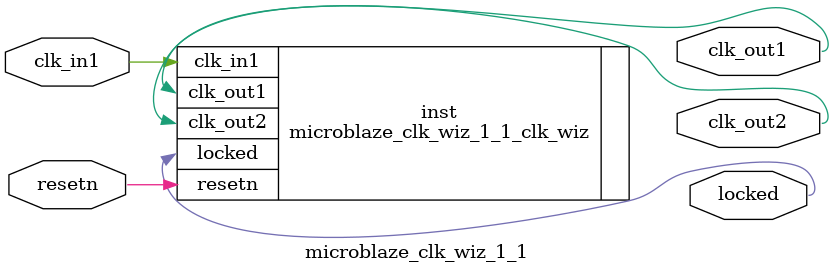
<source format=v>


`timescale 1ps/1ps

(* CORE_GENERATION_INFO = "microblaze_clk_wiz_1_1,clk_wiz_v6_0_2_0_0,{component_name=microblaze_clk_wiz_1_1,use_phase_alignment=true,use_min_o_jitter=false,use_max_i_jitter=false,use_dyn_phase_shift=false,use_inclk_switchover=false,use_dyn_reconfig=false,enable_axi=0,feedback_source=FDBK_AUTO,PRIMITIVE=MMCM,num_out_clk=2,clkin1_period=10.000,clkin2_period=10.000,use_power_down=false,use_reset=true,use_locked=true,use_inclk_stopped=false,feedback_type=SINGLE,CLOCK_MGR_TYPE=NA,manual_override=false}" *)

module microblaze_clk_wiz_1_1 
 (
  // Clock out ports
  output        clk_out1,
  output        clk_out2,
  // Status and control signals
  input         resetn,
  output        locked,
 // Clock in ports
  input         clk_in1
 );

  microblaze_clk_wiz_1_1_clk_wiz inst
  (
  // Clock out ports  
  .clk_out1(clk_out1),
  .clk_out2(clk_out2),
  // Status and control signals               
  .resetn(resetn), 
  .locked(locked),
 // Clock in ports
  .clk_in1(clk_in1)
  );

endmodule

</source>
